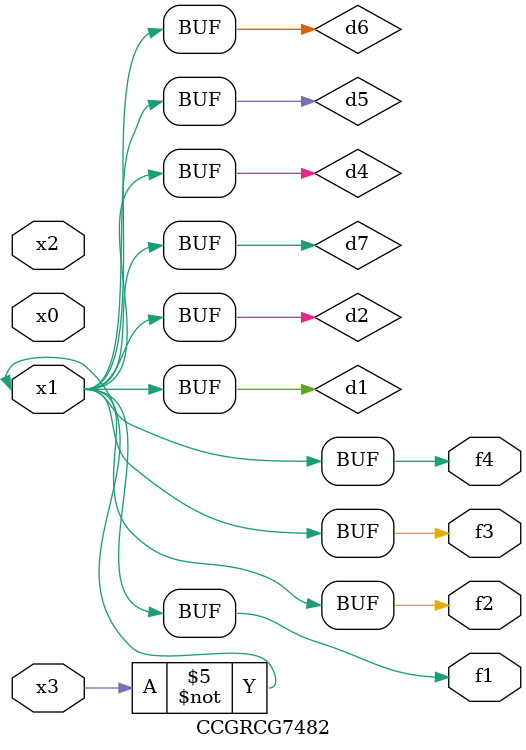
<source format=v>
module CCGRCG7482(
	input x0, x1, x2, x3,
	output f1, f2, f3, f4
);

	wire d1, d2, d3, d4, d5, d6, d7;

	not (d1, x3);
	buf (d2, x1);
	xnor (d3, d1, d2);
	nor (d4, d1);
	buf (d5, d1, d2);
	buf (d6, d4, d5);
	nand (d7, d4);
	assign f1 = d6;
	assign f2 = d7;
	assign f3 = d6;
	assign f4 = d6;
endmodule

</source>
